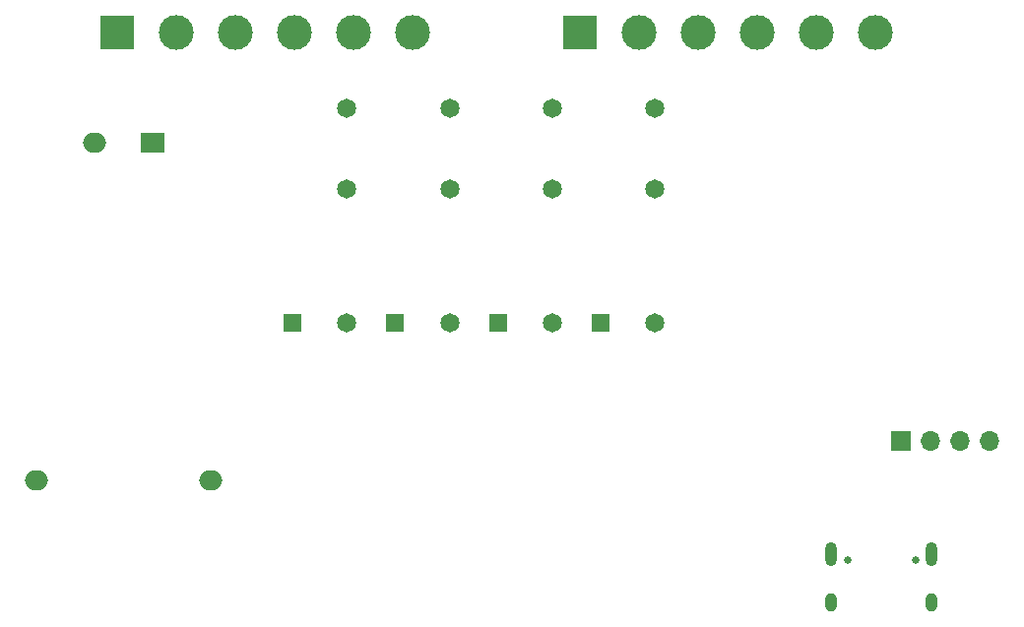
<source format=gbr>
%TF.GenerationSoftware,KiCad,Pcbnew,9.0.0*%
%TF.CreationDate,2025-03-09T16:10:17+04:00*%
%TF.ProjectId,Arbaa_Amp_V0.1,41726261-615f-4416-9d70-5f56302e312e,rev?*%
%TF.SameCoordinates,Original*%
%TF.FileFunction,Soldermask,Bot*%
%TF.FilePolarity,Negative*%
%FSLAX46Y46*%
G04 Gerber Fmt 4.6, Leading zero omitted, Abs format (unit mm)*
G04 Created by KiCad (PCBNEW 9.0.0) date 2025-03-09 16:10:17*
%MOMM*%
%LPD*%
G01*
G04 APERTURE LIST*
%ADD10C,3.000000*%
%ADD11R,3.000000X3.000000*%
%ADD12R,2.000000X1.700000*%
%ADD13O,2.000000X1.700000*%
%ADD14C,1.650000*%
%ADD15R,1.650000X1.650000*%
%ADD16R,1.700000X1.700000*%
%ADD17O,1.700000X1.700000*%
%ADD18C,0.650000*%
%ADD19O,1.000000X2.100000*%
%ADD20O,1.000000X1.600000*%
G04 APERTURE END LIST*
D10*
%TO.C,J3*%
X166600000Y-88500000D03*
X161520000Y-88500000D03*
X156440000Y-88500000D03*
X151360000Y-88500000D03*
X146280000Y-88500000D03*
D11*
X141200000Y-88500000D03*
%TD*%
D12*
%TO.C,PS1*%
X104462500Y-97997500D03*
D13*
X99462500Y-97997500D03*
X109462500Y-127077500D03*
X94462500Y-127077500D03*
%TD*%
D14*
%TO.C,K4*%
X147700000Y-95000000D03*
X147700000Y-102000000D03*
D15*
X143000000Y-113500000D03*
D14*
X147700000Y-113500000D03*
%TD*%
%TO.C,K3*%
X138866667Y-95000000D03*
X138866667Y-102000000D03*
D15*
X134166667Y-113500000D03*
D14*
X138866667Y-113500000D03*
%TD*%
%TO.C,K2*%
X130033333Y-95000000D03*
X130033333Y-102000000D03*
D15*
X125333333Y-113500000D03*
D14*
X130033333Y-113500000D03*
%TD*%
%TO.C,K1*%
X121200000Y-95000000D03*
X121200000Y-102000000D03*
D15*
X116500000Y-113500000D03*
D14*
X121200000Y-113500000D03*
%TD*%
D16*
%TO.C,J4*%
X168850000Y-123650000D03*
D17*
X171390000Y-123650000D03*
X173930000Y-123650000D03*
X176470000Y-123650000D03*
%TD*%
D11*
%TO.C,J2*%
X101420000Y-88500000D03*
D10*
X106500000Y-88500000D03*
X111580000Y-88500000D03*
X116660000Y-88500000D03*
X121740000Y-88500000D03*
X126820000Y-88500000D03*
%TD*%
D18*
%TO.C,J1*%
X164290000Y-133895000D03*
X170070000Y-133895000D03*
D19*
X162860000Y-133395000D03*
D20*
X162860000Y-137575000D03*
D19*
X171500000Y-133395000D03*
D20*
X171500000Y-137575000D03*
%TD*%
M02*

</source>
